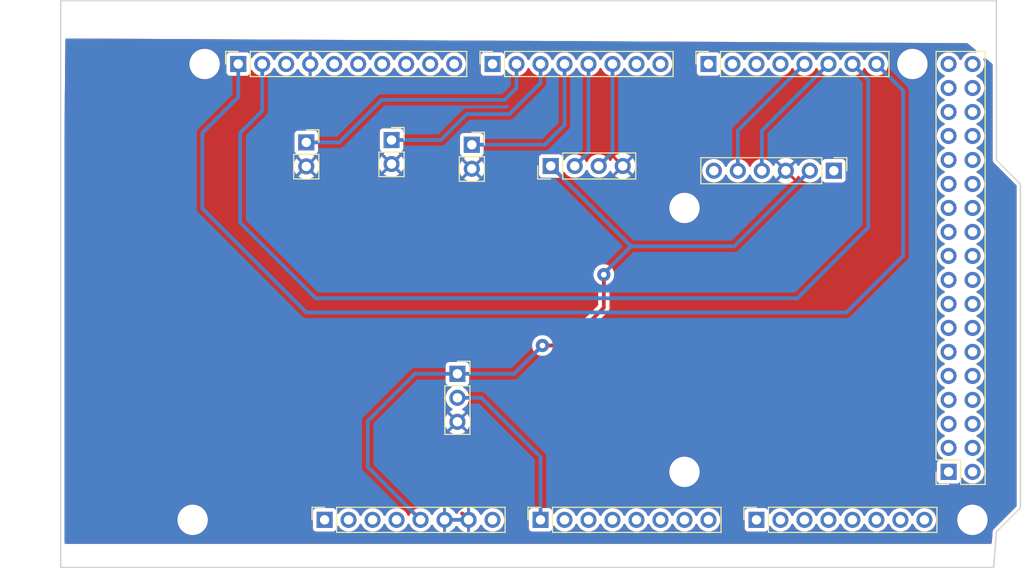
<source format=kicad_pcb>
(kicad_pcb (version 20241229) (generator "pcbnew") (generator_version "9.0")
  (title_block (date "mar. 31 mars 2015"))
  (layers (0 "F.Cu" signal) (2 "B.Cu" signal) (13 "F.Paste" user) (15 "B.Paste" user) (5 "F.SilkS" user "F.Silkscreen") (7 "B.SilkS" user "B.Silkscreen") (1 "F.Mask" user) (3 "B.Mask" user) (25 "Edge.Cuts" user))
  (net 0 "")
  (net 1 "GND")
  (net 2 "/BT_RX")
  (net 3 "/53")
  (net 4 "/51")
  (net 5 "/48")
  (net 6 "/49")
  (net 7 "/*46")
  (net 8 "/47")
  (net 9 "/*44")
  (net 10 "/*45")
  (net 11 "/42")
  (net 12 "/43")
  (net 13 "/40")
  (net 14 "/41")
  (net 15 "/38")
  (net 16 "/39")
  (net 17 "/36")
  (net 18 "/37")
  (net 19 "/34")
  (net 20 "/35")
  (net 21 "/32")
  (net 22 "/33")
  (net 23 "/30")
  (net 24 "/31")
  (net 25 "/28")
  (net 26 "/29")
  (net 27 "/26")
  (net 28 "/27")
  (net 29 "/24")
  (net 30 "/25")
  (net 31 "/22")
  (net 32 "/23")
  (net 33 "+5V")
  (net 34 "/IOREF")
  (net 35 "/A0")
  (net 36 "/A1")
  (net 37 "/A2")
  (net 38 "/A3")
  (net 39 "/A4")
  (net 40 "/A5")
  (net 41 "/A6")
  (net 42 "/A7")
  (net 43 "/A8")
  (net 44 "/A9")
  (net 45 "/A10")
  (net 46 "/A11")
  (net 47 "/A12")
  (net 48 "/A13")
  (net 49 "/A14")
  (net 50 "/A15")
  (net 51 "/AREF")
  (net 52 "/*13")
  (net 53 "/*12")
  (net 54 "/*11")
  (net 55 "/*10")
  (net 56 "/*9")
  (net 57 "/*8")
  (net 58 "/*7")
  (net 59 "/*6")
  (net 60 "/*5")
  (net 61 "/*4")
  (net 62 "/*3")
  (net 63 "/*2")
  (net 64 "/TX0{slash}1")
  (net 65 "/RX0{slash}0")
  (net 66 "+3V3")
  (net 67 "/TX3{slash}14")
  (net 68 "/RX3{slash}15")
  (net 69 "/TX2{slash}16")
  (net 70 "/RX2{slash}17")
  (net 71 "/BT_TX")
  (net 72 "/SDA{slash}20")
  (net 73 "/SCL{slash}21")
  (net 74 "VCC")
  (net 75 "/~{RESET}")
  (net 83 "/*50")
  (footprint "Connector_PinSocket_2.54mm:PinSocket_2x18_P2.54mm_Vertical" (layer "F.Cu") (at 194 92.38 180)
    (property "Reference" "J7" (hide yes))
    (property "Value" "Digital")
    (fp_line (start 1.33 1.27) (end 1.33 44.51) (stroke (width 0.12)) (layer "F.SilkS"))
    (fp_line (start 1.33 -1.33) (end 1.33 0) (stroke (width 0.12)) (layer "F.SilkS"))
    (fp_line (start 0 -1.33) (end 1.33 -1.33) (stroke (width 0.12)) (layer "F.SilkS"))
    (fp_line (start -1.27 1.27) (end 1.33 1.27) (stroke (width 0.12)) (layer "F.SilkS"))
    (fp_line (start -1.27 -1.33) (end -1.27 1.27) (stroke (width 0.12)) (layer "F.SilkS"))
    (fp_line (start -3.87 44.51) (end 1.33 44.51) (stroke (width 0.12)) (layer "F.SilkS"))
    (fp_line (start -3.87 -1.33) (end -1.27 -1.33) (stroke (width 0.12)) (layer "F.SilkS"))
    (fp_line (start -3.87 -1.33) (end -3.87 44.51) (stroke (width 0.12)) (layer "F.SilkS"))
    (pad "1" thru_hole rect (at 0 0 180) (size 1.7 1.7) (drill 1) (layers "*.Cu" "*.Mask"))
    (pad "2" thru_hole oval (at -2.54 0 180) (size 1.7 1.7) (drill 1) (layers "*.Cu" "*.Mask"))
    (pad "3" thru_hole oval (at 0 2.54 180) (size 1.7 1.7) (drill 1) (layers "*.Cu" "*.Mask"))
    (pad "4" thru_hole oval (at -2.54 2.54 180) (size 1.7 1.7) (drill 1) (layers "*.Cu" "*.Mask") (net 3 "/53"))
    (pad "5" thru_hole oval (at 0 5.08 180) (size 1.7 1.7) (drill 1) (layers "*.Cu" "*.Mask") (net 83 "/*50"))
    (pad "6" thru_hole oval (at -2.54 5.08 180) (size 1.7 1.7) (drill 1) (layers "*.Cu" "*.Mask") (net 4 "/51"))
    (pad "7" thru_hole oval (at 0 7.62 180) (size 1.7 1.7) (drill 1) (layers "*.Cu" "*.Mask") (net 5 "/48"))
    (pad "8" thru_hole oval (at -2.54 7.62 180) (size 1.7 1.7) (drill 1) (layers "*.Cu" "*.Mask") (net 6 "/49"))
    (pad "9" thru_hole oval (at 0 10.16 180) (size 1.7 1.7) (drill 1) (layers "*.Cu" "*.Mask") (net 7 "/*46"))
    (pad "10" thru_hole oval (at -2.54 10.16 180) (size 1.7 1.7) (drill 1) (layers "*.Cu" "*.Mask") (net 8 "/47"))
    (pad "11" thru_hole oval (at 0 12.7 180) (size 1.7 1.7) (drill 1) (layers "*.Cu" "*.Mask") (net 9 "/*44"))
    (pad "12" thru_hole oval (at -2.54 12.7 180) (size 1.7 1.7) (drill 1) (layers "*.Cu" "*.Mask") (net 10 "/*45"))
    (pad "13" thru_hole oval (at 0 15.24 180) (size 1.7 1.7) (drill 1) (layers "*.Cu" "*.Mask") (net 11 "/42"))
    (pad "14" thru_hole oval (at -2.54 15.24 180) (size 1.7 1.7) (drill 1) (layers "*.Cu" "*.Mask") (net 12 "/43"))
    (pad "15" thru_hole oval (at 0 17.78 180) (size 1.7 1.7) (drill 1) (layers "*.Cu" "*.Mask") (net 13 "/40"))
    (pad "16" thru_hole oval (at -2.54 17.78 180) (size 1.7 1.7) (drill 1) (layers "*.Cu" "*.Mask") (net 14 "/41"))
    (pad "17" thru_hole oval (at 0 20.32 180) (size 1.7 1.7) (drill 1) (layers "*.Cu" "*.Mask") (net 15 "/38"))
    (pad "18" thru_hole oval (at -2.54 20.32 180) (size 1.7 1.7) (drill 1) (layers "*.Cu" "*.Mask") (net 16 "/39"))
    (pad "19" thru_hole oval (at 0 22.86 180) (size 1.7 1.7) (drill 1) (layers "*.Cu" "*.Mask") (net 17 "/36"))
    (pad "20" thru_hole oval (at -2.54 22.86 180) (size 1.7 1.7) (drill 1) (layers "*.Cu" "*.Mask") (net 18 "/37"))
    (pad "21" thru_hole oval (at 0 25.4 180) (size 1.7 1.7) (drill 1) (layers "*.Cu" "*.Mask") (net 19 "/34"))
    (pad "22" thru_hole oval (at -2.54 25.4 180) (size 1.7 1.7) (drill 1) (layers "*.Cu" "*.Mask") (net 20 "/35"))
    (pad "23" thru_hole oval (at 0 27.94 180) (size 1.7 1.7) (drill 1) (layers "*.Cu" "*.Mask") (net 21 "/32"))
    (pad "24" thru_hole oval (at -2.54 27.94 180) (size 1.7 1.7) (drill 1) (layers "*.Cu" "*.Mask") (net 22 "/33"))
    (pad "25" thru_hole oval (at 0 30.48 180) (size 1.7 1.7) (drill 1) (layers "*.Cu" "*.Mask") (net 23 "/30"))
    (pad "26" thru_hole oval (at -2.54 30.48 180) (size 1.7 1.7) (drill 1) (layers "*.Cu" "*.Mask") (net 24 "/31"))
    (pad "27" thru_hole oval (at 0 33.02 180) (size 1.7 1.7) (drill 1) (layers "*.Cu" "*.Mask") (net 25 "/28"))
    (pad "28" thru_hole oval (at -2.54 33.02 180) (size 1.7 1.7) (drill 1) (layers "*.Cu" "*.Mask") (net 26 "/29"))
    (pad "29" thru_hole oval (at 0 35.56 180) (size 1.7 1.7) (drill 1) (layers "*.Cu" "*.Mask") (net 27 "/26"))
    (pad "30" thru_hole oval (at -2.54 35.56 180) (size 1.7 1.7) (drill 1) (layers "*.Cu" "*.Mask") (net 28 "/27"))
    (pad "31" thru_hole oval (at 0 38.1 180) (size 1.7 1.7) (drill 1) (layers "*.Cu" "*.Mask") (net 29 "/24"))
    (pad "32" thru_hole oval (at -2.54 38.1 180) (size 1.7 1.7) (drill 1) (layers "*.Cu" "*.Mask") (net 30 "/25"))
    (pad "33" thru_hole oval (at 0 40.64 180) (size 1.7 1.7) (drill 1) (layers "*.Cu" "*.Mask") (net 31 "/22"))
    (pad "34" thru_hole oval (at -2.54 40.64 180) (size 1.7 1.7) (drill 1) (layers "*.Cu" "*.Mask") (net 32 "/23"))
    (pad "35" thru_hole oval (at 0 43.18 180) (size 1.7 1.7) (drill 1) (layers "*.Cu" "*.Mask"))
    (pad "36" thru_hole oval (at -2.54 43.18 180) (size 1.7 1.7) (drill 1) (layers "*.Cu" "*.Mask"))
  )
  (footprint "Connector_PinSocket_2.54mm:PinSocket_1x08_P2.54mm_Vertical" (layer "F.Cu") (at 127.94 97.46 90)
    (property "Reference" "J1" (hide yes))
    (property "Value" "Power")
    (fp_line (start 1.33 -1.33) (end 1.33 0) (stroke (width 0.12)) (layer "F.SilkS"))
    (fp_line (start 0 -1.33) (end 1.33 -1.33) (stroke (width 0.12)) (layer "F.SilkS"))
    (fp_line (start 1.33 1.27) (end 1.33 19.11) (stroke (width 0.12)) (layer "F.SilkS"))
    (fp_line (start -1.33 1.27) (end 1.33 1.27) (stroke (width 0.12)) (layer "F.SilkS"))
    (fp_line (start -1.33 1.27) (end -1.33 19.11) (stroke (width 0.12)) (layer "F.SilkS"))
    (fp_line (start -1.33 19.11) (end 1.33 19.11) (stroke (width 0.12)) (layer "F.SilkS"))
    (pad "1" thru_hole rect (at 0 0 90) (size 1.7 1.7) (drill 1) (layers "*.Cu" "*.Mask"))
    (pad "2" thru_hole oval (at 0 2.54 90) (size 1.7 1.7) (drill 1) (layers "*.Cu" "*.Mask") (net 34 "/IOREF"))
    (pad "3" thru_hole oval (at 0 5.08 90) (size 1.7 1.7) (drill 1) (layers "*.Cu" "*.Mask") (net 75 "/~{RESET}"))
    (pad "4" thru_hole oval (at 0 7.62 90) (size 1.7 1.7) (drill 1) (layers "*.Cu" "*.Mask") (net 66 "+3V3"))
    (pad "5" thru_hole oval (at 0 10.16 90) (size 1.7 1.7) (drill 1) (layers "*.Cu" "*.Mask") (net 33 "+5V"))
    (pad "6" thru_hole oval (at 0 12.7 90) (size 1.7 1.7) (drill 1) (layers "*.Cu" "*.Mask") (net 1 "GND"))
    (pad "7" thru_hole oval (at 0 15.24 90) (size 1.7 1.7) (drill 1) (layers "*.Cu" "*.Mask") (net 1 "GND"))
    (pad "8" thru_hole oval (at 0 17.78 90) (size 1.7 1.7) (drill 1) (layers "*.Cu" "*.Mask") (net 74 "VCC"))
  )
  (footprint "Connector_PinSocket_2.54mm:PinSocket_1x08_P2.54mm_Vertical" (layer "F.Cu") (at 150.8 97.46 90)
    (property "Reference" "J3" (hide yes))
    (property "Value" "Analog")
    (fp_line (start 1.33 -1.33) (end 1.33 0) (stroke (width 0.12)) (layer "F.SilkS"))
    (fp_line (start 0 -1.33) (end 1.33 -1.33) (stroke (width 0.12)) (layer "F.SilkS"))
    (fp_line (start 1.33 1.27) (end 1.33 19.11) (stroke (width 0.12)) (layer "F.SilkS"))
    (fp_line (start -1.33 1.27) (end 1.33 1.27) (stroke (width 0.12)) (layer "F.SilkS"))
    (fp_line (start -1.33 1.27) (end -1.33 19.11) (stroke (width 0.12)) (layer "F.SilkS"))
    (fp_line (start -1.33 19.11) (end 1.33 19.11) (stroke (width 0.12)) (layer "F.SilkS"))
    (pad "1" thru_hole rect (at 0 0 90) (size 1.7 1.7) (drill 1) (layers "*.Cu" "*.Mask") (net 35 "/A0"))
    (pad "2" thru_hole oval (at 0 2.54 90) (size 1.7 1.7) (drill 1) (layers "*.Cu" "*.Mask") (net 36 "/A1"))
    (pad "3" thru_hole oval (at 0 5.08 90) (size 1.7 1.7) (drill 1) (layers "*.Cu" "*.Mask") (net 37 "/A2"))
    (pad "4" thru_hole oval (at 0 7.62 90) (size 1.7 1.7) (drill 1) (layers "*.Cu" "*.Mask") (net 38 "/A3"))
    (pad "5" thru_hole oval (at 0 10.16 90) (size 1.7 1.7) (drill 1) (layers "*.Cu" "*.Mask") (net 39 "/A4"))
    (pad "6" thru_hole oval (at 0 12.7 90) (size 1.7 1.7) (drill 1) (layers "*.Cu" "*.Mask") (net 40 "/A5"))
    (pad "7" thru_hole oval (at 0 15.24 90) (size 1.7 1.7) (drill 1) (layers "*.Cu" "*.Mask") (net 41 "/A6"))
    (pad "8" thru_hole oval (at 0 17.78 90) (size 1.7 1.7) (drill 1) (layers "*.Cu" "*.Mask") (net 42 "/A7"))
  )
  (footprint "Connector_PinSocket_2.54mm:PinSocket_1x08_P2.54mm_Vertical" (layer "F.Cu") (at 173.66 97.46 90)
    (property "Reference" "J5" (hide yes))
    (property "Value" "Analog")
    (fp_line (start 1.33 -1.33) (end 1.33 0) (stroke (width 0.12)) (layer "F.SilkS"))
    (fp_line (start 0 -1.33) (end 1.33 -1.33) (stroke (width 0.12)) (layer "F.SilkS"))
    (fp_line (start 1.33 1.27) (end 1.33 19.11) (stroke (width 0.12)) (layer "F.SilkS"))
    (fp_line (start -1.33 1.27) (end 1.33 1.27) (stroke (width 0.12)) (layer "F.SilkS"))
    (fp_line (start -1.33 1.27) (end -1.33 19.11) (stroke (width 0.12)) (layer "F.SilkS"))
    (fp_line (start -1.33 19.11) (end 1.33 19.11) (stroke (width 0.12)) (layer "F.SilkS"))
    (pad "1" thru_hole rect (at 0 0 90) (size 1.7 1.7) (drill 1) (layers "*.Cu" "*.Mask") (net 43 "/A8"))
    (pad "2" thru_hole oval (at 0 2.54 90) (size 1.7 1.7) (drill 1) (layers "*.Cu" "*.Mask") (net 44 "/A9"))
    (pad "3" thru_hole oval (at 0 5.08 90) (size 1.7 1.7) (drill 1) (layers "*.Cu" "*.Mask") (net 45 "/A10"))
    (pad "4" thru_hole oval (at 0 7.62 90) (size 1.7 1.7) (drill 1) (layers "*.Cu" "*.Mask") (net 46 "/A11"))
    (pad "5" thru_hole oval (at 0 10.16 90) (size 1.7 1.7) (drill 1) (layers "*.Cu" "*.Mask") (net 47 "/A12"))
    (pad "6" thru_hole oval (at 0 12.7 90) (size 1.7 1.7) (drill 1) (layers "*.Cu" "*.Mask") (net 48 "/A13"))
    (pad "7" thru_hole oval (at 0 15.24 90) (size 1.7 1.7) (drill 1) (layers "*.Cu" "*.Mask") (net 49 "/A14"))
    (pad "8" thru_hole oval (at 0 17.78 90) (size 1.7 1.7) (drill 1) (layers "*.Cu" "*.Mask") (net 50 "/A15"))
  )
  (footprint "Connector_PinSocket_2.54mm:PinSocket_1x10_P2.54mm_Vertical" (layer "F.Cu") (at 118.796 49.2 90)
    (property "Reference" "J2" (hide yes))
    (property "Value" "PWM")
    (fp_line (start 1.33 -1.33) (end 1.33 0) (stroke (width 0.12)) (layer "F.SilkS"))
    (fp_line (start 0 -1.33) (end 1.33 -1.33) (stroke (width 0.12)) (layer "F.SilkS"))
    (fp_line (start 1.33 1.27) (end 1.33 24.19) (stroke (width 0.12)) (layer "F.SilkS"))
    (fp_line (start -1.33 1.27) (end 1.33 1.27) (stroke (width 0.12)) (layer "F.SilkS"))
    (fp_line (start -1.33 1.27) (end -1.33 24.19) (stroke (width 0.12)) (layer "F.SilkS"))
    (fp_line (start -1.33 24.19) (end 1.33 24.19) (stroke (width 0.12)) (layer "F.SilkS"))
    (pad "1" thru_hole rect (at 0 0 90) (size 1.7 1.7) (drill 1) (layers "*.Cu" "*.Mask") (net 73 "/SCL{slash}21"))
    (pad "2" thru_hole oval (at 0 2.54 90) (size 1.7 1.7) (drill 1) (layers "*.Cu" "*.Mask") (net 72 "/SDA{slash}20"))
    (pad "3" thru_hole oval (at 0 5.08 90) (size 1.7 1.7) (drill 1) (layers "*.Cu" "*.Mask") (net 51 "/AREF"))
    (pad "4" thru_hole oval (at 0 7.62 90) (size 1.7 1.7) (drill 1) (layers "*.Cu" "*.Mask") (net 1 "GND"))
    (pad "5" thru_hole oval (at 0 10.16 90) (size 1.7 1.7) (drill 1) (layers "*.Cu" "*.Mask") (net 52 "/*13"))
    (pad "6" thru_hole oval (at 0 12.7 90) (size 1.7 1.7) (drill 1) (layers "*.Cu" "*.Mask") (net 53 "/*12"))
    (pad "7" thru_hole oval (at 0 15.24 90) (size 1.7 1.7) (drill 1) (layers "*.Cu" "*.Mask") (net 54 "/*11"))
    (pad "8" thru_hole oval (at 0 17.78 90) (size 1.7 1.7) (drill 1) (layers "*.Cu" "*.Mask") (net 55 "/*10"))
    (pad "9" thru_hole oval (at 0 20.32 90) (size 1.7 1.7) (drill 1) (layers "*.Cu" "*.Mask") (net 56 "/*9"))
    (pad "10" thru_hole oval (at 0 22.86 90) (size 1.7 1.7) (drill 1) (layers "*.Cu" "*.Mask") (net 57 "/*8"))
  )
  (footprint "Connector_PinSocket_2.54mm:PinSocket_1x08_P2.54mm_Vertical" (layer "F.Cu") (at 145.72 49.2 90)
    (property "Reference" "J4" (hide yes))
    (property "Value" "PWM")
    (fp_line (start 1.33 -1.33) (end 1.33 0) (stroke (width 0.12)) (layer "F.SilkS"))
    (fp_line (start 0 -1.33) (end 1.33 -1.33) (stroke (width 0.12)) (layer "F.SilkS"))
    (fp_line (start 1.33 1.27) (end 1.33 19.11) (stroke (width 0.12)) (layer "F.SilkS"))
    (fp_line (start -1.33 1.27) (end 1.33 1.27) (stroke (width 0.12)) (layer "F.SilkS"))
    (fp_line (start -1.33 1.27) (end -1.33 19.11) (stroke (width 0.12)) (layer "F.SilkS"))
    (fp_line (start -1.33 19.11) (end 1.33 19.11) (stroke (width 0.12)) (layer "F.SilkS"))
    (pad "1" thru_hole rect (at 0 0 90) (size 1.7 1.7) (drill 1) (layers "*.Cu" "*.Mask") (net 58 "/*7"))
    (pad "2" thru_hole oval (at 0 2.54 90) (size 1.7 1.7) (drill 1) (layers "*.Cu" "*.Mask") (net 59 "/*6"))
    (pad "3" thru_hole oval (at 0 5.08 90) (size 1.7 1.7) (drill 1) (layers "*.Cu" "*.Mask") (net 60 "/*5"))
    (pad "4" thru_hole oval (at 0 7.62 90) (size 1.7 1.7) (drill 1) (layers "*.Cu" "*.Mask") (net 61 "/*4"))
    (pad "5" thru_hole oval (at 0 10.16 90) (size 1.7 1.7) (drill 1) (layers "*.Cu" "*.Mask") (net 62 "/*3"))
    (pad "6" thru_hole oval (at 0 12.7 90) (size 1.7 1.7) (drill 1) (layers "*.Cu" "*.Mask") (net 63 "/*2"))
    (pad "7" thru_hole oval (at 0 15.24 90) (size 1.7 1.7) (drill 1) (layers "*.Cu" "*.Mask") (net 64 "/TX0{slash}1"))
    (pad "8" thru_hole oval (at 0 17.78 90) (size 1.7 1.7) (drill 1) (layers "*.Cu" "*.Mask") (net 65 "/RX0{slash}0"))
  )
  (footprint "Connector_PinSocket_2.54mm:PinSocket_1x08_P2.54mm_Vertical" (layer "F.Cu") (at 168.58 49.2 90)
    (property "Reference" "J6" (hide yes))
    (property "Value" "Communication")
    (fp_line (start 1.33 -1.33) (end 1.33 0) (stroke (width 0.12)) (layer "F.SilkS"))
    (fp_line (start 0 -1.33) (end 1.33 -1.33) (stroke (width 0.12)) (layer "F.SilkS"))
    (fp_line (start 1.33 1.27) (end 1.33 19.11) (stroke (width 0.12)) (layer "F.SilkS"))
    (fp_line (start -1.33 1.27) (end 1.33 1.27) (stroke (width 0.12)) (layer "F.SilkS"))
    (fp_line (start -1.33 1.27) (end -1.33 19.11) (stroke (width 0.12)) (layer "F.SilkS"))
    (fp_line (start -1.33 19.11) (end 1.33 19.11) (stroke (width 0.12)) (layer "F.SilkS"))
    (pad "1" thru_hole rect (at 0 0 90) (size 1.7 1.7) (drill 1) (layers "*.Cu" "*.Mask") (net 67 "/TX3{slash}14"))
    (pad "2" thru_hole oval (at 0 2.54 90) (size 1.7 1.7) (drill 1) (layers "*.Cu" "*.Mask") (net 68 "/RX3{slash}15"))
    (pad "3" thru_hole oval (at 0 5.08 90) (size 1.7 1.7) (drill 1) (layers "*.Cu" "*.Mask") (net 69 "/TX2{slash}16"))
    (pad "4" thru_hole oval (at 0 7.62 90) (size 1.7 1.7) (drill 1) (layers "*.Cu" "*.Mask") (net 70 "/RX2{slash}17"))
    (pad "5" thru_hole oval (at 0 10.16 90) (size 1.7 1.7) (drill 1) (layers "*.Cu" "*.Mask") (net 2 "/BT_RX"))
    (pad "6" thru_hole oval (at 0 12.7 90) (size 1.7 1.7) (drill 1) (layers "*.Cu" "*.Mask") (net 71 "/BT_TX"))
    (pad "7" thru_hole oval (at 0 15.24 90) (size 1.7 1.7) (drill 1) (layers "*.Cu" "*.Mask") (net 72 "/SDA{slash}20"))
    (pad "8" thru_hole oval (at 0 17.78 90) (size 1.7 1.7) (drill 1) (layers "*.Cu" "*.Mask") (net 73 "/SCL{slash}21"))
  )
  (footprint "Connector_PinSocket_2.54mm:PinSocket_1x02_P2.54mm_Vertical" (layer "F.Cu") (at 135.025 57.25)
    (property "Reference" "J10" (hide yes))
    (property "Value" "Door Sensor" (at -0.525 5.75 0) (layer "F.Cu"))
    (fp_line (start -1.33 1.27) (end -1.33 3.87) (stroke (width 0.12)) (layer "F.SilkS"))
    (fp_line (start -1.33 1.27) (end 1.33 1.27) (stroke (width 0.12)) (layer "F.SilkS"))
    (fp_line (start -1.33 3.87) (end 1.33 3.87) (stroke (width 0.12)) (layer "F.SilkS"))
    (fp_line (start 0 -1.33) (end 1.33 -1.33) (stroke (width 0.12)) (layer "F.SilkS"))
    (fp_line (start 1.33 -1.33) (end 1.33 0) (stroke (width 0.12)) (layer "F.SilkS"))
    (fp_line (start 1.33 1.27) (end 1.33 3.87) (stroke (width 0.12)) (layer "F.SilkS"))
    (pad "1" thru_hole rect (at 0 0) (size 1.7 1.7) (drill 1) (layers "*.Cu" "*.Mask") (net 60 "/*5"))
    (pad "2" thru_hole circle (at 0 2.54) (size 1.7 1.7) (drill 1) (layers "*.Cu" "*.Mask") (net 1 "GND"))
  )
  (footprint "Arduino_MountingHole:MountingHole_3.2mm" (layer "F.Cu") (at 196.52 97.46)
    (property "Reference" "MH6" (hide yes))
    (property "Value" "MountingHole_3.2mm" (hide yes))
    (pad "" np_thru_hole circle (at 0 0) (size 3.2 3.2) (drill 3.2) (layers "*.Cu" "*.Mask"))
  )
  (footprint "Connector_PinHeader_2.54mm:PinHeader_1x04_P2.54mm_Vertical" (layer "F.Cu") (at 151.88 60 90)
    (property "Reference" "J9" (hide yes))
    (property "Value" "Relay" (at -3.5 9.12 0) (layer "F.Cu"))
    (fp_line (start -1.38 -1.38) (end 0 -1.38) (stroke (width 0.12)) (layer "F.SilkS"))
    (fp_line (start -1.38 0) (end -1.38 -1.38) (stroke (width 0.12)) (layer "F.SilkS"))
    (fp_line (start 1.38 1.27) (end 1.38 9) (stroke (width 0.12)) (layer "F.SilkS"))
    (fp_line (start -1.38 1.27) (end 1.38 1.27) (stroke (width 0.12)) (layer "F.SilkS"))
    (fp_line (start -1.38 1.27) (end -1.38 9) (stroke (width 0.12)) (layer "F.SilkS"))
    (fp_line (start -1.38 9) (end 1.38 9) (stroke (width 0.12)) (layer "F.SilkS"))
    (pad "1" thru_hole rect (at 0 0 90) (size 1.7 1.7) (drill 1) (layers "*.Cu" "*.Mask") (net 33 "+5V"))
    (pad "2" thru_hole circle (at 0 2.54 90) (size 1.7 1.7) (drill 1) (layers "*.Cu" "*.Mask") (net 62 "/*3"))
    (pad "3" thru_hole circle (at 0 5.08 90) (size 1.7 1.7) (drill 1) (layers "*.Cu" "*.Mask") (net 63 "/*2"))
    (pad "4" thru_hole circle (at 0 7.62 90) (size 1.7 1.7) (drill 1) (layers "*.Cu" "*.Mask") (net 1 "GND"))
  )
  (footprint "Connector_PinSocket_2.54mm:PinSocket_1x03_P2.54mm_Vertical" (layer "F.Cu") (at 142 82)
    (property "Reference" "J12" (hide yes))
    (property "Value" "Conn_01x03" (hide yes))
    (fp_line (start -1.33 1.27) (end -1.33 6.41) (stroke (width 0.12)) (layer "F.SilkS"))
    (fp_line (start -1.33 1.27) (end 1.33 1.27) (stroke (width 0.12)) (layer "F.SilkS"))
    (fp_line (start -1.33 6.41) (end 1.33 6.41) (stroke (width 0.12)) (layer "F.SilkS"))
    (fp_line (start 0 -1.33) (end 1.33 -1.33) (stroke (width 0.12)) (layer "F.SilkS"))
    (fp_line (start 1.33 -1.33) (end 1.33 0) (stroke (width 0.12)) (layer "F.SilkS"))
    (fp_line (start 1.33 1.27) (end 1.33 6.41) (stroke (width 0.12)) (layer "F.SilkS"))
    (pad "1" thru_hole rect (at 0 0) (size 1.7 1.7) (drill 1) (layers "*.Cu" "*.Mask") (net 33 "+5V"))
    (pad "2" thru_hole circle (at 0 2.54) (size 1.7 1.7) (drill 1) (layers "*.Cu" "*.Mask") (net 35 "/A0"))
    (pad "3" thru_hole circle (at 0 5.08) (size 1.7 1.7) (drill 1) (layers "*.Cu" "*.Mask") (net 1 "GND"))
  )
  (footprint "Connector_PinSocket_2.54mm:PinSocket_1x02_P2.54mm_Vertical" (layer "F.Cu") (at 143.525 57.75)
    (property "Reference" "J11" (hide yes))
    (property "Value" "Switch" (at 0 5.31 0) (layer "F.Cu"))
    (fp_line (start -1.33 1.27) (end -1.33 3.87) (stroke (width 0.12)) (layer "F.SilkS"))
    (fp_line (start -1.33 1.27) (end 1.33 1.27) (stroke (width 0.12)) (layer "F.SilkS"))
    (fp_line (start -1.33 3.87) (end 1.33 3.87) (stroke (width 0.12)) (layer "F.SilkS"))
    (fp_line (start 0 -1.33) (end 1.33 -1.33) (stroke (width 0.12)) (layer "F.SilkS"))
    (fp_line (start 1.33 -1.33) (end 1.33 0) (stroke (width 0.12)) (layer "F.SilkS"))
    (fp_line (start 1.33 1.27) (end 1.33 3.87) (stroke (width 0.12)) (layer "F.SilkS"))
    (pad "1" thru_hole rect (at 0 0) (size 1.7 1.7) (drill 1) (layers "*.Cu" "*.Mask") (net 61 "/*4"))
    (pad "2" thru_hole circle (at 0 2.54) (size 1.7 1.7) (drill 1) (layers "*.Cu" "*.Mask") (net 1 "GND"))
  )
  (footprint "Arduino_MountingHole:MountingHole_3.2mm" (layer "F.Cu") (at 115.24 49.2)
    (property "Reference" "MH1" (hide yes))
    (property "Value" "MountingHole_3.2mm" (hide yes))
    (pad "" np_thru_hole circle (at 0 0) (size 3.2 3.2) (drill 3.2) (layers "*.Cu" "*.Mask"))
  )
  (footprint "Connector_PinSocket_2.54mm:PinSocket_1x02_P2.54mm_Vertical" (layer "F.Cu") (at 126 57.5)
    (property "Reference" "J13" (hide yes))
    (property "Value" "Alarm" (at -0.5 5.5 0) (layer "F.Cu"))
    (fp_line (start -1.33 1.27) (end -1.33 3.87) (stroke (width 0.12)) (layer "F.SilkS"))
    (fp_line (start -1.33 1.27) (end 1.33 1.27) (stroke (width 0.12)) (layer "F.SilkS"))
    (fp_line (start -1.33 3.87) (end 1.33 3.87) (stroke (width 0.12)) (layer "F.SilkS"))
    (fp_line (start 0 -1.33) (end 1.33 -1.33) (stroke (width 0.12)) (layer "F.SilkS"))
    (fp_line (start 1.33 -1.33) (end 1.33 0) (stroke (width 0.12)) (layer "F.SilkS"))
    (fp_line (start 1.33 1.27) (end 1.33 3.87) (stroke (width 0.12)) (layer "F.SilkS"))
    (pad "1" thru_hole rect (at 0 0) (size 1.7 1.7) (drill 1) (layers "*.Cu" "*.Mask") (net 59 "/*6"))
    (pad "2" thru_hole circle (at 0 2.54) (size 1.7 1.7) (drill 1) (layers "*.Cu" "*.Mask") (net 1 "GND"))
  )
  (footprint "Connector_PinHeader_2.54mm:PinHeader_1x06_P2.54mm_Vertical" (layer "F.Cu") (at 181.85 60.5 -90)
    (property "Reference" "J8" (hide yes))
    (property "Value" "Bluetooth_HC" (at -3.5 16.35 0) (layer "F.Cu"))
    (fp_line (start -1.38 14.08) (end 1.38 14.08) (stroke (width 0.12)) (layer "F.SilkS"))
    (fp_line (start -1.38 1.27) (end -1.38 14.08) (stroke (width 0.12)) (layer "F.SilkS"))
    (fp_line (start -1.38 1.27) (end 1.38 1.27) (stroke (width 0.12)) (layer "F.SilkS"))
    (fp_line (start 1.38 1.27) (end 1.38 14.08) (stroke (width 0.12)) (layer "F.SilkS"))
    (fp_line (start -1.38 0) (end -1.38 -1.38) (stroke (width 0.12)) (layer "F.SilkS"))
    (fp_line (start -1.38 -1.38) (end 0 -1.38) (stroke (width 0.12)) (layer "F.SilkS"))
    (pad "1" thru_hole rect (at 0 0 270) (size 1.7 1.7) (drill 1) (layers "*.Cu" "*.Mask"))
    (pad "2" thru_hole circle (at 0 2.54 270) (size 1.7 1.7) (drill 1) (layers "*.Cu" "*.Mask") (net 33 "+5V"))
    (pad "3" thru_hole circle (at 0 5.08 270) (size 1.7 1.7) (drill 1) (layers "*.Cu" "*.Mask") (net 1 "GND"))
    (pad "4" thru_hole circle (at 0 7.62 270) (size 1.7 1.7) (drill 1) (layers "*.Cu" "*.Mask") (net 71 "/BT_TX"))
    (pad "5" thru_hole circle (at 0 10.16 270) (size 1.7 1.7) (drill 1) (layers "*.Cu" "*.Mask") (net 2 "/BT_RX"))
    (pad "6" thru_hole circle (at 0 12.7 270) (size 1.7 1.7) (drill 1) (layers "*.Cu" "*.Mask"))
  )
  (footprint "Arduino_MountingHole:MountingHole_3.2mm" (layer "F.Cu") (at 113.97 97.46)
    (property "Reference" "MH2" (hide yes))
    (property "Value" "MountingHole_3.2mm" (hide yes))
    (pad "" np_thru_hole circle (at 0 0) (size 3.2 3.2) (drill 3.2) (layers "*.Cu" "*.Mask"))
  )
  (footprint "Arduino_MountingHole:MountingHole_3.2mm" (layer "F.Cu") (at 166.04 64.44)
    (property "Reference" "MH3" (hide yes))
    (property "Value" "MountingHole_3.2mm" (hide yes))
    (pad "" np_thru_hole circle (at 0 0) (size 3.2 3.2) (drill 3.2) (layers "*.Cu" "*.Mask"))
  )
  (footprint "Arduino_MountingHole:MountingHole_3.2mm" (layer "F.Cu") (at 166.04 92.38)
    (property "Reference" "MH4" (hide yes))
    (property "Value" "MountingHole_3.2mm" (hide yes))
    (pad "" np_thru_hole circle (at 0 0) (size 3.2 3.2) (drill 3.2) (layers "*.Cu" "*.Mask"))
  )
  (footprint "Arduino_MountingHole:MountingHole_3.2mm" (layer "F.Cu") (at 190.17 49.2)
    (property "Reference" "MH5" (hide yes))
    (property "Value" "MountingHole_3.2mm" (hide yes))
    (pad "" np_thru_hole circle (at 0 0) (size 3.2 3.2) (drill 3.2) (layers "*.Cu" "*.Mask"))
  )
  (gr_line (start 199.06 59.36) (end 201.6 61.9) (stroke (width 0.15)) (layer "Edge.Cuts"))
  (gr_line (start 100 102.5) (end 100 42.5) (stroke (width 0.15)) (layer "Edge.Cuts"))
  (gr_line (start 201.6 61.9) (end 201.6 96.19) (stroke (width 0.15)) (layer "Edge.Cuts"))
  (gr_line (start 198.768 102.5) (end 100 102.5) (stroke (width 0.15)) (layer "Edge.Cuts"))
  (gr_line (start 100 42.5) (end 199.06 42.5) (stroke (width 0.15)) (layer "Edge.Cuts"))
  (gr_line (start 201.6 96.19) (end 199.06 98.73) (stroke (width 0.15)) (layer "Edge.Cuts"))
  (gr_line (start 199.06 42.5) (end 199.06 59.36) (stroke (width 0.15)) (layer "Edge.Cuts"))
  (gr_line (start 199.06 98.73) (end 198.768 102.5) (stroke (width 0.15)) (layer "Edge.Cuts"))
  (gr_text "Temp\nSensor\n" (at 142 78.5 0) (layer "F.Cu") (effects (font (size 1 1) (thickness 0.125))))
  (segment (start 126.25 59.79) (end 126 60.04) (width 0.4) (layer "F.Cu") (net 1))
  (segment (start 142.5 96.78) (end 143.18 97.46) (width 0.4) (layer "F.Cu") (net 1))
  (segment (start 143.025 59.79) (end 143.525 60.29) (width 0.4) (layer "F.Cu") (net 1))
  (segment (start 143.18 97.46) (end 140.64 97.46) (width 0.4) (layer "B.Cu") (net 1))
  (segment (start 171.69 60.5) (end 171.69 56.25) (width 0.4) (layer "B.Cu") (net 2))
  (segment (start 171.69 56.25) (end 178.74 49.2) (width 0.4) (layer "B.Cu") (net 2))
  (segment (start 156 76.5) (end 157.5 75) (width 0.4) (layer "F.Cu") (net 33))
  (segment (start 151 79) (end 153.5 79) (width 0.4) (layer "F.Cu") (net 33))
  (segment (start 153.5 79) (end 156 76.5) (width 0.4) (layer "F.Cu") (net 33))
  (segment (start 157.5 75) (end 157.5 71.5) (width 0.4) (layer "F.Cu") (net 33))
  (via (at 157.5 71.5) (size 1.4) (drill 0.6) (layers "F.Cu" "B.Cu") (net 33))
  (via (at 151 79) (size 1.4) (drill 0.6) (layers "F.Cu" "B.Cu") (net 33))
  (segment (start 132.5 87) (end 132.5 91.86) (width 0.4) (layer "B.Cu") (net 33))
  (segment (start 158.44 66.56) (end 160.19 68.31) (width 0.4) (layer "B.Cu") (net 33))
  (segment (start 142 82) (end 137.5 82) (width 0.4) (layer "B.Cu") (net 33))
  (segment (start 179.31 60.5) (end 171.31 68.5) (width 0.4) (layer "B.Cu") (net 33))
  (segment (start 132.5 91.86) (end 138.1 97.46) (width 0.4) (layer "B.Cu") (net 33))
  (segment (start 157.5 71.5) (end 157.5 71.38) (width 0.4) (layer "B.Cu") (net 33))
  (segment (start 157.5 71.38) (end 160.38 68.5) (width 0.4) (layer "B.Cu") (net 33))
  (segment (start 160.19 68.31) (end 160.38 68.5) (width 0.4) (layer "B.Cu") (net 33))
  (segment (start 171.31 68.5) (end 160.38 68.5) (width 0.4) (layer "B.Cu") (net 33))
  (segment (start 148 82) (end 151 79) (width 0.4) (layer "B.Cu") (net 33))
  (segment (start 151.88 60) (end 158.44 66.56) (width 0.4) (layer "B.Cu") (net 33))
  (segment (start 142 82) (end 148 82) (width 0.4) (layer "B.Cu") (net 33))
  (segment (start 137.5 82) (end 132.5 87) (width 0.4) (layer "B.Cu") (net 33))
  (segment (start 144.54 84.54) (end 150.8 90.8) (width 0.4) (layer "B.Cu") (net 35))
  (segment (start 150.8 90.8) (end 150.8 97.46) (width 0.4) (layer "B.Cu") (net 35))
  (segment (start 142 84.54) (end 144.54 84.54) (width 0.4) (layer "B.Cu") (net 35))
  (segment (start 147 53) (end 148.26 51.74) (width 0.4) (layer "B.Cu") (net 59))
  (segment (start 126 57.5) (end 129.5 57.5) (width 0.4) (layer "B.Cu") (net 59))
  (segment (start 134 53) (end 147 53) (width 0.4) (layer "B.Cu") (net 59))
  (segment (start 148.26 51.74) (end 148.26 49.2) (width 0.4) (layer "B.Cu") (net 59))
  (segment (start 129.5 57.5) (end 134 53) (width 0.4) (layer "B.Cu") (net 59))
  (segment (start 135.025 57.25) (end 135.701 56.574) (width 0.4) (layer "F.Cu") (net 60))
  (segment (start 150.8 51.2) (end 150.8 49.2) (width 0.4) (layer "B.Cu") (net 60))
  (segment (start 147.5 54.5) (end 150.8 51.2) (width 0.4) (layer "B.Cu") (net 60))
  (segment (start 140.25 57.25) (end 143 54.5) (width 0.4) (layer "B.Cu") (net 60))
  (segment (start 143 54.5) (end 147.5 54.5) (width 0.4) (layer "B.Cu") (net 60))
  (segment (start 135.025 57.25) (end 140.25 57.25) (width 0.4) (layer "B.Cu") (net 60))
  (segment (start 143.525 57.75) (end 151.25 57.75) (width 0.4) (layer "B.Cu") (net 61))
  (segment (start 153.34 55.66) (end 153.34 49.2) (width 0.4) (layer "B.Cu") (net 61))
  (segment (start 151.25 57.75) (end 153.34 55.66) (width 0.4) (layer "B.Cu") (net 61))
  (segment (start 155.88 58.54) (end 155.88 49.2) (width 0.4) (layer "B.Cu") (net 62))
  (segment (start 154.42 60) (end 155.88 58.54) (width 0.4) (layer "B.Cu") (net 62))
  (segment (start 156.96 60) (end 158.42 58.54) (width 0.4) (layer "B.Cu") (net 63))
  (segment (start 158.42 58.54) (end 158.42 49.2) (width 0.4) (layer "B.Cu") (net 63))
  (segment (start 180.92 49.56) (end 181.28 49.2) (width 0.4) (layer "F.Cu") (net 71))
  (segment (start 175.5 55) (end 175.5 54.98) (width 0.4) (layer "B.Cu") (net 71))
  (segment (start 174.23 56.27) (end 175.5 55) (width 0.4) (layer "B.Cu") (net 71))
  (segment (start 174.23 60.5) (end 174.23 56.27) (width 0.4) (layer "B.Cu") (net 71))
  (segment (start 175.5 54.98) (end 181.28 49.2) (width 0.4) (layer "B.Cu") (net 71))
  (segment (start 127 74) (end 119 66) (width 0.4) (layer "B.Cu") (net 72))
  (segment (start 178 74) (end 127 74) (width 0.4) (layer "B.Cu") (net 72))
  (segment (start 183.82 49.2) (end 185.5 50.88) (width 0.4) (layer "B.Cu") (net 72))
  (segment (start 119 56.5) (end 121.336 54.164) (width 0.4) (layer "B.Cu") (net 72))
  (segment (start 119 66) (end 119 56.5) (width 0.4) (layer "B.Cu") (net 72))
  (segment (start 185.5 50.88) (end 185.5 66.5) (width 0.4) (layer "B.Cu") (net 72))
  (segment (start 185.5 66.5) (end 178 74) (width 0.4) (layer "B.Cu") (net 72))
  (segment (start 121.336 54.164) (end 121.336 49.2) (width 0.4) (layer "B.Cu") (net 72))
  (segment (start 115 56.5) (end 118.796 52.704) (width 0.4) (layer "B.Cu") (net 73))
  (segment (start 118.796 52.704) (end 118.796 49.2) (width 0.4) (layer "B.Cu") (net 73))
  (segment (start 189.19 69.5) (end 183.19 75.5) (width 0.4) (layer "B.Cu") (net 73))
  (segment (start 189.19 52.03) (end 189.19 69.5) (width 0.4) (layer "B.Cu") (net 73))
  (segment (start 183.19 75.5) (end 126 75.5) (width 0.4) (layer "B.Cu") (net 73))
  (segment (start 126 75.5) (end 115 64.5) (width 0.4) (layer "B.Cu") (net 73))
  (segment (start 115 64.5) (end 115 56.5) (width 0.4) (layer "B.Cu") (net 73))
  (segment (start 186.36 49.2) (end 189.19 52.03) (width 0.4) (layer "B.Cu") (net 73))
  (zone (net 1) (net_name "GND") (layers "F.Cu" "B.Cu") (connect_pads (clearance 0.25)) (min_thickness 0.25) (fill yes (thermal_gap 0.5) (thermal_bridge_width 0.3))
    (polygon (pts (xy 100.5 46.5) (xy 196 47) (xy 199 49.5) (xy 199 59.5) (xy 202 62) (xy 201.5 96) (xy 199.5 98.5) (xy 199 100) (xy 100 100)))
  )
)
</source>
